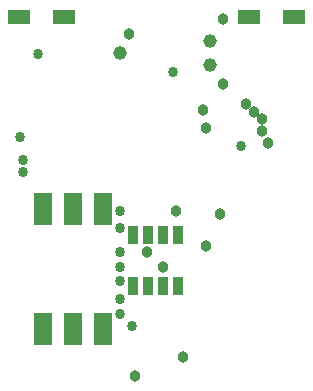
<source format=gbs>
%FSTAX23Y23*%
%MOIN*%
%SFA1B1*%

%IPPOS*%
%ADD41R,0.060000X0.110000*%
%ADD42C,0.045430*%
%ADD43R,0.074960X0.051340*%
%ADD44C,0.038000*%
%ADD45C,0.034000*%
%ADD46R,0.038000X0.060000*%
%LNsensorrig-1*%
%LPD*%
G54D41*
X-00374Y-0058D03*
X-00274D03*
X-00174D03*
X-00374Y-0018D03*
X-00274D03*
X-00174D03*
G54D42*
X00181Y00299D03*
Y00379D03*
X-00118Y00339D03*
G54D43*
X-00305Y0046D03*
X-00456Y0046D03*
X00311D03*
X00462Y0046D03*
G54D44*
X00025Y-00374D03*
X-00088Y00403D03*
X00214Y-00199D03*
X00157Y00147D03*
X00167Y00088D03*
X00068Y-00187D03*
X00167Y-00305D03*
X00226Y00236D03*
X00303Y00169D03*
X00328Y00143D03*
X00354Y00118D03*
X00226Y00452D03*
X00354Y00078D03*
X-00068Y-00738D03*
X00374Y00039D03*
X00091Y-00676D03*
X-00029Y-00324D03*
G54D45*
X-00442Y-00019D03*
Y-00059D03*
X-00452Y00059D03*
X-00393Y00334D03*
X00059Y00275D03*
X-00118Y-00531D03*
Y-00482D03*
Y-00423D03*
Y-00374D03*
Y-00324D03*
Y-00246D03*
Y-00187D03*
X-00078Y-0057D03*
X00285Y00029D03*
G54D46*
X00075Y-00439D03*
X00025D03*
X-00025D03*
X-00075D03*
X00075Y-00269D03*
X00025D03*
X-00025D03*
X-00075D03*
M02*
</source>
